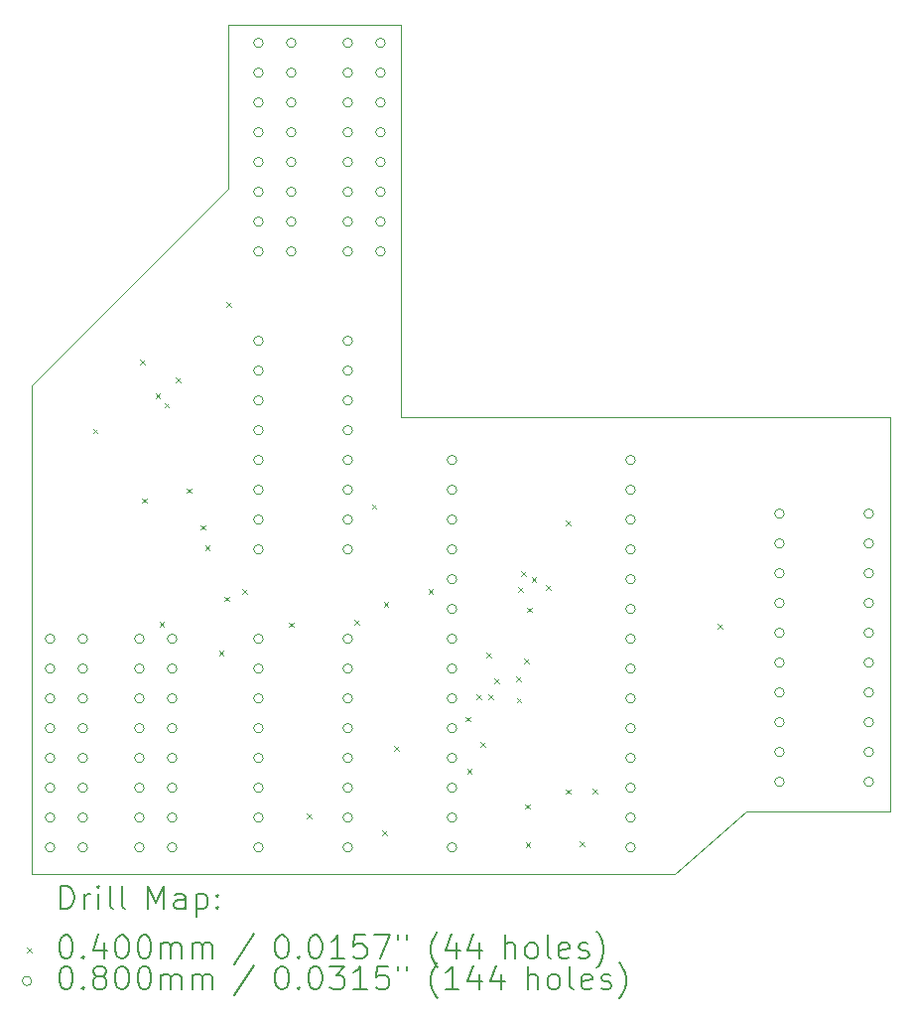
<source format=gbr>
%TF.GenerationSoftware,KiCad,Pcbnew,(7.0.0)*%
%TF.CreationDate,2023-08-04T18:21:39+01:00*%
%TF.ProjectId,DataIOROM,44617461-494f-4524-9f4d-2e6b69636164,rev?*%
%TF.SameCoordinates,Original*%
%TF.FileFunction,Drillmap*%
%TF.FilePolarity,Positive*%
%FSLAX45Y45*%
G04 Gerber Fmt 4.5, Leading zero omitted, Abs format (unit mm)*
G04 Created by KiCad (PCBNEW (7.0.0)) date 2023-08-04 18:21:39*
%MOMM*%
%LPD*%
G01*
G04 APERTURE LIST*
%ADD10C,0.100000*%
%ADD11C,0.200000*%
%ADD12C,0.040000*%
%ADD13C,0.080000*%
G04 APERTURE END LIST*
D10*
X11713166Y-12725400D02*
X11713166Y-8556034D01*
X13385800Y-6883400D02*
X11713166Y-8556034D01*
X17805400Y-12192000D02*
X19037300Y-12192000D01*
X17195599Y-12725601D02*
X17805400Y-12192000D01*
X13385800Y-6883400D02*
X13385800Y-5486400D01*
X14859000Y-8826500D02*
X19037300Y-8826500D01*
X14859000Y-5486400D02*
X14859000Y-8826500D01*
X13385800Y-5486400D02*
X14859000Y-5486400D01*
X19037300Y-12192000D02*
X19037300Y-8826500D01*
X11713166Y-12725400D02*
X17195599Y-12725601D01*
D11*
D12*
X12232320Y-8928300D02*
X12272320Y-8968300D01*
X12272320Y-8928300D02*
X12232320Y-8968300D01*
X12633910Y-8342180D02*
X12673910Y-8382180D01*
X12673910Y-8342180D02*
X12633910Y-8382180D01*
X12650760Y-9519760D02*
X12690760Y-9559760D01*
X12690760Y-9519760D02*
X12650760Y-9559760D01*
X12764186Y-8629514D02*
X12804186Y-8669514D01*
X12804186Y-8629514D02*
X12764186Y-8669514D01*
X12798080Y-10575900D02*
X12838080Y-10615900D01*
X12838080Y-10575900D02*
X12798080Y-10615900D01*
X12841661Y-8706989D02*
X12881661Y-8746989D01*
X12881661Y-8706989D02*
X12841661Y-8746989D01*
X12941389Y-8489239D02*
X12981389Y-8529239D01*
X12981389Y-8489239D02*
X12941389Y-8529239D01*
X13031800Y-9435380D02*
X13071800Y-9475380D01*
X13071800Y-9435380D02*
X13031800Y-9475380D01*
X13149565Y-9749555D02*
X13189565Y-9789555D01*
X13189565Y-9749555D02*
X13149565Y-9789555D01*
X13188980Y-9922410D02*
X13228980Y-9962410D01*
X13228980Y-9922410D02*
X13188980Y-9962410D01*
X13306910Y-10822280D02*
X13346910Y-10862280D01*
X13346910Y-10822280D02*
X13306910Y-10862280D01*
X13356249Y-10358850D02*
X13396249Y-10398850D01*
X13396249Y-10358850D02*
X13356249Y-10398850D01*
X13370270Y-7847540D02*
X13410270Y-7887540D01*
X13410270Y-7847540D02*
X13370270Y-7887540D01*
X13507240Y-10293870D02*
X13547240Y-10333870D01*
X13547240Y-10293870D02*
X13507240Y-10333870D01*
X13906464Y-10579706D02*
X13946464Y-10619706D01*
X13946464Y-10579706D02*
X13906464Y-10619706D01*
X14055380Y-12210100D02*
X14095380Y-12250100D01*
X14095380Y-12210100D02*
X14055380Y-12250100D01*
X14460320Y-10558200D02*
X14500320Y-10598200D01*
X14500320Y-10558200D02*
X14460320Y-10598200D01*
X14610100Y-9570260D02*
X14650100Y-9610260D01*
X14650100Y-9570260D02*
X14610100Y-9610260D01*
X14699300Y-12349800D02*
X14739300Y-12389800D01*
X14739300Y-12349800D02*
X14699300Y-12389800D01*
X14711080Y-10406120D02*
X14751080Y-10446120D01*
X14751080Y-10406120D02*
X14711080Y-10446120D01*
X14799110Y-11630370D02*
X14839110Y-11670370D01*
X14839110Y-11630370D02*
X14799110Y-11670370D01*
X15093590Y-10293870D02*
X15133590Y-10333870D01*
X15133590Y-10293870D02*
X15093590Y-10333870D01*
X15412300Y-11383470D02*
X15452300Y-11423470D01*
X15452300Y-11383470D02*
X15412300Y-11423470D01*
X15423630Y-11827340D02*
X15463630Y-11867340D01*
X15463630Y-11827340D02*
X15423630Y-11867340D01*
X15503450Y-11195070D02*
X15543450Y-11235070D01*
X15543450Y-11195070D02*
X15503450Y-11235070D01*
X15539330Y-11599090D02*
X15579330Y-11639090D01*
X15579330Y-11599090D02*
X15539330Y-11639090D01*
X15589020Y-10833930D02*
X15629020Y-10873930D01*
X15629020Y-10833930D02*
X15589020Y-10873930D01*
X15605360Y-11190300D02*
X15645360Y-11230300D01*
X15645360Y-11190300D02*
X15605360Y-11230300D01*
X15655110Y-11055350D02*
X15695110Y-11095350D01*
X15695110Y-11055350D02*
X15655110Y-11095350D01*
X15845210Y-11042190D02*
X15885210Y-11082190D01*
X15885210Y-11042190D02*
X15845210Y-11082190D01*
X15846490Y-11221710D02*
X15886490Y-11261710D01*
X15886490Y-11221710D02*
X15846490Y-11261710D01*
X15856870Y-10279930D02*
X15896870Y-10319930D01*
X15896870Y-10279930D02*
X15856870Y-10319930D01*
X15883981Y-10145508D02*
X15923981Y-10185508D01*
X15923981Y-10145508D02*
X15883981Y-10185508D01*
X15911150Y-10888700D02*
X15951150Y-10928700D01*
X15951150Y-10888700D02*
X15911150Y-10928700D01*
X15917080Y-12128800D02*
X15957080Y-12168800D01*
X15957080Y-12128800D02*
X15917080Y-12168800D01*
X15922280Y-12451400D02*
X15962280Y-12491400D01*
X15962280Y-12451400D02*
X15922280Y-12491400D01*
X15936820Y-10452090D02*
X15976820Y-10492090D01*
X15976820Y-10452090D02*
X15936820Y-10492090D01*
X15973080Y-10190800D02*
X16013080Y-10230800D01*
X16013080Y-10190800D02*
X15973080Y-10230800D01*
X16098423Y-10263250D02*
X16138423Y-10303250D01*
X16138423Y-10263250D02*
X16098423Y-10303250D01*
X16264500Y-12001510D02*
X16304500Y-12041510D01*
X16304500Y-12001510D02*
X16264500Y-12041510D01*
X16268430Y-9707790D02*
X16308430Y-9747790D01*
X16308430Y-9707790D02*
X16268430Y-9747790D01*
X16384580Y-12443800D02*
X16424580Y-12483800D01*
X16424580Y-12443800D02*
X16384580Y-12483800D01*
X16493750Y-11999780D02*
X16533750Y-12039780D01*
X16533750Y-11999780D02*
X16493750Y-12039780D01*
X17563120Y-10593450D02*
X17603120Y-10633450D01*
X17603120Y-10593450D02*
X17563120Y-10633450D01*
D13*
X11905580Y-10718800D02*
G75*
G03*
X11905580Y-10718800I-40000J0D01*
G01*
X11905580Y-10972800D02*
G75*
G03*
X11905580Y-10972800I-40000J0D01*
G01*
X11905580Y-11226800D02*
G75*
G03*
X11905580Y-11226800I-40000J0D01*
G01*
X11905580Y-11480800D02*
G75*
G03*
X11905580Y-11480800I-40000J0D01*
G01*
X11905580Y-11734800D02*
G75*
G03*
X11905580Y-11734800I-40000J0D01*
G01*
X11905580Y-11988800D02*
G75*
G03*
X11905580Y-11988800I-40000J0D01*
G01*
X11905580Y-12242800D02*
G75*
G03*
X11905580Y-12242800I-40000J0D01*
G01*
X11905580Y-12496800D02*
G75*
G03*
X11905580Y-12496800I-40000J0D01*
G01*
X12184980Y-10718800D02*
G75*
G03*
X12184980Y-10718800I-40000J0D01*
G01*
X12184980Y-10972800D02*
G75*
G03*
X12184980Y-10972800I-40000J0D01*
G01*
X12184980Y-11226800D02*
G75*
G03*
X12184980Y-11226800I-40000J0D01*
G01*
X12184980Y-11480800D02*
G75*
G03*
X12184980Y-11480800I-40000J0D01*
G01*
X12184980Y-11734800D02*
G75*
G03*
X12184980Y-11734800I-40000J0D01*
G01*
X12184980Y-11988800D02*
G75*
G03*
X12184980Y-11988800I-40000J0D01*
G01*
X12184980Y-12242800D02*
G75*
G03*
X12184980Y-12242800I-40000J0D01*
G01*
X12184980Y-12496800D02*
G75*
G03*
X12184980Y-12496800I-40000J0D01*
G01*
X12667580Y-10718800D02*
G75*
G03*
X12667580Y-10718800I-40000J0D01*
G01*
X12667580Y-10972800D02*
G75*
G03*
X12667580Y-10972800I-40000J0D01*
G01*
X12667580Y-11226800D02*
G75*
G03*
X12667580Y-11226800I-40000J0D01*
G01*
X12667580Y-11480800D02*
G75*
G03*
X12667580Y-11480800I-40000J0D01*
G01*
X12667580Y-11734800D02*
G75*
G03*
X12667580Y-11734800I-40000J0D01*
G01*
X12667580Y-11988800D02*
G75*
G03*
X12667580Y-11988800I-40000J0D01*
G01*
X12667580Y-12242800D02*
G75*
G03*
X12667580Y-12242800I-40000J0D01*
G01*
X12667580Y-12496800D02*
G75*
G03*
X12667580Y-12496800I-40000J0D01*
G01*
X12946980Y-10718800D02*
G75*
G03*
X12946980Y-10718800I-40000J0D01*
G01*
X12946980Y-10972800D02*
G75*
G03*
X12946980Y-10972800I-40000J0D01*
G01*
X12946980Y-11226800D02*
G75*
G03*
X12946980Y-11226800I-40000J0D01*
G01*
X12946980Y-11480800D02*
G75*
G03*
X12946980Y-11480800I-40000J0D01*
G01*
X12946980Y-11734800D02*
G75*
G03*
X12946980Y-11734800I-40000J0D01*
G01*
X12946980Y-11988800D02*
G75*
G03*
X12946980Y-11988800I-40000J0D01*
G01*
X12946980Y-12242800D02*
G75*
G03*
X12946980Y-12242800I-40000J0D01*
G01*
X12946980Y-12496800D02*
G75*
G03*
X12946980Y-12496800I-40000J0D01*
G01*
X13683580Y-5638800D02*
G75*
G03*
X13683580Y-5638800I-40000J0D01*
G01*
X13683580Y-5892800D02*
G75*
G03*
X13683580Y-5892800I-40000J0D01*
G01*
X13683580Y-6146800D02*
G75*
G03*
X13683580Y-6146800I-40000J0D01*
G01*
X13683580Y-6400800D02*
G75*
G03*
X13683580Y-6400800I-40000J0D01*
G01*
X13683580Y-6654800D02*
G75*
G03*
X13683580Y-6654800I-40000J0D01*
G01*
X13683580Y-6908800D02*
G75*
G03*
X13683580Y-6908800I-40000J0D01*
G01*
X13683580Y-7162800D02*
G75*
G03*
X13683580Y-7162800I-40000J0D01*
G01*
X13683580Y-7416800D02*
G75*
G03*
X13683580Y-7416800I-40000J0D01*
G01*
X13683580Y-8178800D02*
G75*
G03*
X13683580Y-8178800I-40000J0D01*
G01*
X13683580Y-8432800D02*
G75*
G03*
X13683580Y-8432800I-40000J0D01*
G01*
X13683580Y-8686800D02*
G75*
G03*
X13683580Y-8686800I-40000J0D01*
G01*
X13683580Y-8940800D02*
G75*
G03*
X13683580Y-8940800I-40000J0D01*
G01*
X13683580Y-9194800D02*
G75*
G03*
X13683580Y-9194800I-40000J0D01*
G01*
X13683580Y-9448800D02*
G75*
G03*
X13683580Y-9448800I-40000J0D01*
G01*
X13683580Y-9702800D02*
G75*
G03*
X13683580Y-9702800I-40000J0D01*
G01*
X13683580Y-9956800D02*
G75*
G03*
X13683580Y-9956800I-40000J0D01*
G01*
X13683580Y-10718800D02*
G75*
G03*
X13683580Y-10718800I-40000J0D01*
G01*
X13683580Y-10972800D02*
G75*
G03*
X13683580Y-10972800I-40000J0D01*
G01*
X13683580Y-11226800D02*
G75*
G03*
X13683580Y-11226800I-40000J0D01*
G01*
X13683580Y-11480800D02*
G75*
G03*
X13683580Y-11480800I-40000J0D01*
G01*
X13683580Y-11734800D02*
G75*
G03*
X13683580Y-11734800I-40000J0D01*
G01*
X13683580Y-11988800D02*
G75*
G03*
X13683580Y-11988800I-40000J0D01*
G01*
X13683580Y-12242800D02*
G75*
G03*
X13683580Y-12242800I-40000J0D01*
G01*
X13683580Y-12496800D02*
G75*
G03*
X13683580Y-12496800I-40000J0D01*
G01*
X13962980Y-5638800D02*
G75*
G03*
X13962980Y-5638800I-40000J0D01*
G01*
X13962980Y-5892800D02*
G75*
G03*
X13962980Y-5892800I-40000J0D01*
G01*
X13962980Y-6146800D02*
G75*
G03*
X13962980Y-6146800I-40000J0D01*
G01*
X13962980Y-6400800D02*
G75*
G03*
X13962980Y-6400800I-40000J0D01*
G01*
X13962980Y-6654800D02*
G75*
G03*
X13962980Y-6654800I-40000J0D01*
G01*
X13962980Y-6908800D02*
G75*
G03*
X13962980Y-6908800I-40000J0D01*
G01*
X13962980Y-7162800D02*
G75*
G03*
X13962980Y-7162800I-40000J0D01*
G01*
X13962980Y-7416800D02*
G75*
G03*
X13962980Y-7416800I-40000J0D01*
G01*
X14445580Y-5638800D02*
G75*
G03*
X14445580Y-5638800I-40000J0D01*
G01*
X14445580Y-5892800D02*
G75*
G03*
X14445580Y-5892800I-40000J0D01*
G01*
X14445580Y-6146800D02*
G75*
G03*
X14445580Y-6146800I-40000J0D01*
G01*
X14445580Y-6400800D02*
G75*
G03*
X14445580Y-6400800I-40000J0D01*
G01*
X14445580Y-6654800D02*
G75*
G03*
X14445580Y-6654800I-40000J0D01*
G01*
X14445580Y-6908800D02*
G75*
G03*
X14445580Y-6908800I-40000J0D01*
G01*
X14445580Y-7162800D02*
G75*
G03*
X14445580Y-7162800I-40000J0D01*
G01*
X14445580Y-7416800D02*
G75*
G03*
X14445580Y-7416800I-40000J0D01*
G01*
X14445580Y-8178800D02*
G75*
G03*
X14445580Y-8178800I-40000J0D01*
G01*
X14445580Y-8432800D02*
G75*
G03*
X14445580Y-8432800I-40000J0D01*
G01*
X14445580Y-8686800D02*
G75*
G03*
X14445580Y-8686800I-40000J0D01*
G01*
X14445580Y-8940800D02*
G75*
G03*
X14445580Y-8940800I-40000J0D01*
G01*
X14445580Y-9194800D02*
G75*
G03*
X14445580Y-9194800I-40000J0D01*
G01*
X14445580Y-9448800D02*
G75*
G03*
X14445580Y-9448800I-40000J0D01*
G01*
X14445580Y-9702800D02*
G75*
G03*
X14445580Y-9702800I-40000J0D01*
G01*
X14445580Y-9956800D02*
G75*
G03*
X14445580Y-9956800I-40000J0D01*
G01*
X14445580Y-10718800D02*
G75*
G03*
X14445580Y-10718800I-40000J0D01*
G01*
X14445580Y-10972800D02*
G75*
G03*
X14445580Y-10972800I-40000J0D01*
G01*
X14445580Y-11226800D02*
G75*
G03*
X14445580Y-11226800I-40000J0D01*
G01*
X14445580Y-11480800D02*
G75*
G03*
X14445580Y-11480800I-40000J0D01*
G01*
X14445580Y-11734800D02*
G75*
G03*
X14445580Y-11734800I-40000J0D01*
G01*
X14445580Y-11988800D02*
G75*
G03*
X14445580Y-11988800I-40000J0D01*
G01*
X14445580Y-12242800D02*
G75*
G03*
X14445580Y-12242800I-40000J0D01*
G01*
X14445580Y-12496800D02*
G75*
G03*
X14445580Y-12496800I-40000J0D01*
G01*
X14724980Y-5638800D02*
G75*
G03*
X14724980Y-5638800I-40000J0D01*
G01*
X14724980Y-5892800D02*
G75*
G03*
X14724980Y-5892800I-40000J0D01*
G01*
X14724980Y-6146800D02*
G75*
G03*
X14724980Y-6146800I-40000J0D01*
G01*
X14724980Y-6400800D02*
G75*
G03*
X14724980Y-6400800I-40000J0D01*
G01*
X14724980Y-6654800D02*
G75*
G03*
X14724980Y-6654800I-40000J0D01*
G01*
X14724980Y-6908800D02*
G75*
G03*
X14724980Y-6908800I-40000J0D01*
G01*
X14724980Y-7162800D02*
G75*
G03*
X14724980Y-7162800I-40000J0D01*
G01*
X14724980Y-7416800D02*
G75*
G03*
X14724980Y-7416800I-40000J0D01*
G01*
X15334580Y-9194800D02*
G75*
G03*
X15334580Y-9194800I-40000J0D01*
G01*
X15334580Y-9448800D02*
G75*
G03*
X15334580Y-9448800I-40000J0D01*
G01*
X15334580Y-9702800D02*
G75*
G03*
X15334580Y-9702800I-40000J0D01*
G01*
X15334580Y-9956800D02*
G75*
G03*
X15334580Y-9956800I-40000J0D01*
G01*
X15334580Y-10210800D02*
G75*
G03*
X15334580Y-10210800I-40000J0D01*
G01*
X15334580Y-10464800D02*
G75*
G03*
X15334580Y-10464800I-40000J0D01*
G01*
X15334580Y-10718800D02*
G75*
G03*
X15334580Y-10718800I-40000J0D01*
G01*
X15334580Y-10972800D02*
G75*
G03*
X15334580Y-10972800I-40000J0D01*
G01*
X15334580Y-11226800D02*
G75*
G03*
X15334580Y-11226800I-40000J0D01*
G01*
X15334580Y-11480800D02*
G75*
G03*
X15334580Y-11480800I-40000J0D01*
G01*
X15334580Y-11734800D02*
G75*
G03*
X15334580Y-11734800I-40000J0D01*
G01*
X15334580Y-11988800D02*
G75*
G03*
X15334580Y-11988800I-40000J0D01*
G01*
X15334580Y-12242800D02*
G75*
G03*
X15334580Y-12242800I-40000J0D01*
G01*
X15334580Y-12496800D02*
G75*
G03*
X15334580Y-12496800I-40000J0D01*
G01*
X16858580Y-9194800D02*
G75*
G03*
X16858580Y-9194800I-40000J0D01*
G01*
X16858580Y-9448800D02*
G75*
G03*
X16858580Y-9448800I-40000J0D01*
G01*
X16858580Y-9702800D02*
G75*
G03*
X16858580Y-9702800I-40000J0D01*
G01*
X16858580Y-9956800D02*
G75*
G03*
X16858580Y-9956800I-40000J0D01*
G01*
X16858580Y-10210800D02*
G75*
G03*
X16858580Y-10210800I-40000J0D01*
G01*
X16858580Y-10464800D02*
G75*
G03*
X16858580Y-10464800I-40000J0D01*
G01*
X16858580Y-10718800D02*
G75*
G03*
X16858580Y-10718800I-40000J0D01*
G01*
X16858580Y-10972800D02*
G75*
G03*
X16858580Y-10972800I-40000J0D01*
G01*
X16858580Y-11226800D02*
G75*
G03*
X16858580Y-11226800I-40000J0D01*
G01*
X16858580Y-11480800D02*
G75*
G03*
X16858580Y-11480800I-40000J0D01*
G01*
X16858580Y-11734800D02*
G75*
G03*
X16858580Y-11734800I-40000J0D01*
G01*
X16858580Y-11988800D02*
G75*
G03*
X16858580Y-11988800I-40000J0D01*
G01*
X16858580Y-12242800D02*
G75*
G03*
X16858580Y-12242800I-40000J0D01*
G01*
X16858580Y-12496800D02*
G75*
G03*
X16858580Y-12496800I-40000J0D01*
G01*
X18128580Y-9652000D02*
G75*
G03*
X18128580Y-9652000I-40000J0D01*
G01*
X18128580Y-9906000D02*
G75*
G03*
X18128580Y-9906000I-40000J0D01*
G01*
X18128580Y-10160000D02*
G75*
G03*
X18128580Y-10160000I-40000J0D01*
G01*
X18128580Y-10414000D02*
G75*
G03*
X18128580Y-10414000I-40000J0D01*
G01*
X18128580Y-10668000D02*
G75*
G03*
X18128580Y-10668000I-40000J0D01*
G01*
X18128580Y-10922000D02*
G75*
G03*
X18128580Y-10922000I-40000J0D01*
G01*
X18128580Y-11176000D02*
G75*
G03*
X18128580Y-11176000I-40000J0D01*
G01*
X18128580Y-11430000D02*
G75*
G03*
X18128580Y-11430000I-40000J0D01*
G01*
X18128580Y-11684000D02*
G75*
G03*
X18128580Y-11684000I-40000J0D01*
G01*
X18128580Y-11938000D02*
G75*
G03*
X18128580Y-11938000I-40000J0D01*
G01*
X18890580Y-9652000D02*
G75*
G03*
X18890580Y-9652000I-40000J0D01*
G01*
X18890580Y-9906000D02*
G75*
G03*
X18890580Y-9906000I-40000J0D01*
G01*
X18890580Y-10160000D02*
G75*
G03*
X18890580Y-10160000I-40000J0D01*
G01*
X18890580Y-10414000D02*
G75*
G03*
X18890580Y-10414000I-40000J0D01*
G01*
X18890580Y-10668000D02*
G75*
G03*
X18890580Y-10668000I-40000J0D01*
G01*
X18890580Y-10922000D02*
G75*
G03*
X18890580Y-10922000I-40000J0D01*
G01*
X18890580Y-11176000D02*
G75*
G03*
X18890580Y-11176000I-40000J0D01*
G01*
X18890580Y-11430000D02*
G75*
G03*
X18890580Y-11430000I-40000J0D01*
G01*
X18890580Y-11684000D02*
G75*
G03*
X18890580Y-11684000I-40000J0D01*
G01*
X18890580Y-11938000D02*
G75*
G03*
X18890580Y-11938000I-40000J0D01*
G01*
D11*
X11955785Y-13024077D02*
X11955785Y-12824077D01*
X11955785Y-12824077D02*
X12003404Y-12824077D01*
X12003404Y-12824077D02*
X12031976Y-12833601D01*
X12031976Y-12833601D02*
X12051023Y-12852649D01*
X12051023Y-12852649D02*
X12060547Y-12871696D01*
X12060547Y-12871696D02*
X12070071Y-12909791D01*
X12070071Y-12909791D02*
X12070071Y-12938363D01*
X12070071Y-12938363D02*
X12060547Y-12976458D01*
X12060547Y-12976458D02*
X12051023Y-12995506D01*
X12051023Y-12995506D02*
X12031976Y-13014553D01*
X12031976Y-13014553D02*
X12003404Y-13024077D01*
X12003404Y-13024077D02*
X11955785Y-13024077D01*
X12155785Y-13024077D02*
X12155785Y-12890744D01*
X12155785Y-12928839D02*
X12165309Y-12909791D01*
X12165309Y-12909791D02*
X12174833Y-12900268D01*
X12174833Y-12900268D02*
X12193880Y-12890744D01*
X12193880Y-12890744D02*
X12212928Y-12890744D01*
X12279595Y-13024077D02*
X12279595Y-12890744D01*
X12279595Y-12824077D02*
X12270071Y-12833601D01*
X12270071Y-12833601D02*
X12279595Y-12843125D01*
X12279595Y-12843125D02*
X12289119Y-12833601D01*
X12289119Y-12833601D02*
X12279595Y-12824077D01*
X12279595Y-12824077D02*
X12279595Y-12843125D01*
X12403404Y-13024077D02*
X12384357Y-13014553D01*
X12384357Y-13014553D02*
X12374833Y-12995506D01*
X12374833Y-12995506D02*
X12374833Y-12824077D01*
X12508166Y-13024077D02*
X12489119Y-13014553D01*
X12489119Y-13014553D02*
X12479595Y-12995506D01*
X12479595Y-12995506D02*
X12479595Y-12824077D01*
X12704357Y-13024077D02*
X12704357Y-12824077D01*
X12704357Y-12824077D02*
X12771023Y-12966934D01*
X12771023Y-12966934D02*
X12837690Y-12824077D01*
X12837690Y-12824077D02*
X12837690Y-13024077D01*
X13018642Y-13024077D02*
X13018642Y-12919315D01*
X13018642Y-12919315D02*
X13009119Y-12900268D01*
X13009119Y-12900268D02*
X12990071Y-12890744D01*
X12990071Y-12890744D02*
X12951976Y-12890744D01*
X12951976Y-12890744D02*
X12932928Y-12900268D01*
X13018642Y-13014553D02*
X12999595Y-13024077D01*
X12999595Y-13024077D02*
X12951976Y-13024077D01*
X12951976Y-13024077D02*
X12932928Y-13014553D01*
X12932928Y-13014553D02*
X12923404Y-12995506D01*
X12923404Y-12995506D02*
X12923404Y-12976458D01*
X12923404Y-12976458D02*
X12932928Y-12957411D01*
X12932928Y-12957411D02*
X12951976Y-12947887D01*
X12951976Y-12947887D02*
X12999595Y-12947887D01*
X12999595Y-12947887D02*
X13018642Y-12938363D01*
X13113880Y-12890744D02*
X13113880Y-13090744D01*
X13113880Y-12900268D02*
X13132928Y-12890744D01*
X13132928Y-12890744D02*
X13171023Y-12890744D01*
X13171023Y-12890744D02*
X13190071Y-12900268D01*
X13190071Y-12900268D02*
X13199595Y-12909791D01*
X13199595Y-12909791D02*
X13209119Y-12928839D01*
X13209119Y-12928839D02*
X13209119Y-12985982D01*
X13209119Y-12985982D02*
X13199595Y-13005030D01*
X13199595Y-13005030D02*
X13190071Y-13014553D01*
X13190071Y-13014553D02*
X13171023Y-13024077D01*
X13171023Y-13024077D02*
X13132928Y-13024077D01*
X13132928Y-13024077D02*
X13113880Y-13014553D01*
X13294833Y-13005030D02*
X13304357Y-13014553D01*
X13304357Y-13014553D02*
X13294833Y-13024077D01*
X13294833Y-13024077D02*
X13285309Y-13014553D01*
X13285309Y-13014553D02*
X13294833Y-13005030D01*
X13294833Y-13005030D02*
X13294833Y-13024077D01*
X13294833Y-12900268D02*
X13304357Y-12909791D01*
X13304357Y-12909791D02*
X13294833Y-12919315D01*
X13294833Y-12919315D02*
X13285309Y-12909791D01*
X13285309Y-12909791D02*
X13294833Y-12900268D01*
X13294833Y-12900268D02*
X13294833Y-12919315D01*
D12*
X11668166Y-13350601D02*
X11708166Y-13390601D01*
X11708166Y-13350601D02*
X11668166Y-13390601D01*
D11*
X11993880Y-13244077D02*
X12012928Y-13244077D01*
X12012928Y-13244077D02*
X12031976Y-13253601D01*
X12031976Y-13253601D02*
X12041500Y-13263125D01*
X12041500Y-13263125D02*
X12051023Y-13282172D01*
X12051023Y-13282172D02*
X12060547Y-13320268D01*
X12060547Y-13320268D02*
X12060547Y-13367887D01*
X12060547Y-13367887D02*
X12051023Y-13405982D01*
X12051023Y-13405982D02*
X12041500Y-13425030D01*
X12041500Y-13425030D02*
X12031976Y-13434553D01*
X12031976Y-13434553D02*
X12012928Y-13444077D01*
X12012928Y-13444077D02*
X11993880Y-13444077D01*
X11993880Y-13444077D02*
X11974833Y-13434553D01*
X11974833Y-13434553D02*
X11965309Y-13425030D01*
X11965309Y-13425030D02*
X11955785Y-13405982D01*
X11955785Y-13405982D02*
X11946261Y-13367887D01*
X11946261Y-13367887D02*
X11946261Y-13320268D01*
X11946261Y-13320268D02*
X11955785Y-13282172D01*
X11955785Y-13282172D02*
X11965309Y-13263125D01*
X11965309Y-13263125D02*
X11974833Y-13253601D01*
X11974833Y-13253601D02*
X11993880Y-13244077D01*
X12146261Y-13425030D02*
X12155785Y-13434553D01*
X12155785Y-13434553D02*
X12146261Y-13444077D01*
X12146261Y-13444077D02*
X12136738Y-13434553D01*
X12136738Y-13434553D02*
X12146261Y-13425030D01*
X12146261Y-13425030D02*
X12146261Y-13444077D01*
X12327214Y-13310744D02*
X12327214Y-13444077D01*
X12279595Y-13234553D02*
X12231976Y-13377411D01*
X12231976Y-13377411D02*
X12355785Y-13377411D01*
X12470071Y-13244077D02*
X12489119Y-13244077D01*
X12489119Y-13244077D02*
X12508166Y-13253601D01*
X12508166Y-13253601D02*
X12517690Y-13263125D01*
X12517690Y-13263125D02*
X12527214Y-13282172D01*
X12527214Y-13282172D02*
X12536738Y-13320268D01*
X12536738Y-13320268D02*
X12536738Y-13367887D01*
X12536738Y-13367887D02*
X12527214Y-13405982D01*
X12527214Y-13405982D02*
X12517690Y-13425030D01*
X12517690Y-13425030D02*
X12508166Y-13434553D01*
X12508166Y-13434553D02*
X12489119Y-13444077D01*
X12489119Y-13444077D02*
X12470071Y-13444077D01*
X12470071Y-13444077D02*
X12451023Y-13434553D01*
X12451023Y-13434553D02*
X12441500Y-13425030D01*
X12441500Y-13425030D02*
X12431976Y-13405982D01*
X12431976Y-13405982D02*
X12422452Y-13367887D01*
X12422452Y-13367887D02*
X12422452Y-13320268D01*
X12422452Y-13320268D02*
X12431976Y-13282172D01*
X12431976Y-13282172D02*
X12441500Y-13263125D01*
X12441500Y-13263125D02*
X12451023Y-13253601D01*
X12451023Y-13253601D02*
X12470071Y-13244077D01*
X12660547Y-13244077D02*
X12679595Y-13244077D01*
X12679595Y-13244077D02*
X12698642Y-13253601D01*
X12698642Y-13253601D02*
X12708166Y-13263125D01*
X12708166Y-13263125D02*
X12717690Y-13282172D01*
X12717690Y-13282172D02*
X12727214Y-13320268D01*
X12727214Y-13320268D02*
X12727214Y-13367887D01*
X12727214Y-13367887D02*
X12717690Y-13405982D01*
X12717690Y-13405982D02*
X12708166Y-13425030D01*
X12708166Y-13425030D02*
X12698642Y-13434553D01*
X12698642Y-13434553D02*
X12679595Y-13444077D01*
X12679595Y-13444077D02*
X12660547Y-13444077D01*
X12660547Y-13444077D02*
X12641500Y-13434553D01*
X12641500Y-13434553D02*
X12631976Y-13425030D01*
X12631976Y-13425030D02*
X12622452Y-13405982D01*
X12622452Y-13405982D02*
X12612928Y-13367887D01*
X12612928Y-13367887D02*
X12612928Y-13320268D01*
X12612928Y-13320268D02*
X12622452Y-13282172D01*
X12622452Y-13282172D02*
X12631976Y-13263125D01*
X12631976Y-13263125D02*
X12641500Y-13253601D01*
X12641500Y-13253601D02*
X12660547Y-13244077D01*
X12812928Y-13444077D02*
X12812928Y-13310744D01*
X12812928Y-13329791D02*
X12822452Y-13320268D01*
X12822452Y-13320268D02*
X12841500Y-13310744D01*
X12841500Y-13310744D02*
X12870071Y-13310744D01*
X12870071Y-13310744D02*
X12889119Y-13320268D01*
X12889119Y-13320268D02*
X12898642Y-13339315D01*
X12898642Y-13339315D02*
X12898642Y-13444077D01*
X12898642Y-13339315D02*
X12908166Y-13320268D01*
X12908166Y-13320268D02*
X12927214Y-13310744D01*
X12927214Y-13310744D02*
X12955785Y-13310744D01*
X12955785Y-13310744D02*
X12974833Y-13320268D01*
X12974833Y-13320268D02*
X12984357Y-13339315D01*
X12984357Y-13339315D02*
X12984357Y-13444077D01*
X13079595Y-13444077D02*
X13079595Y-13310744D01*
X13079595Y-13329791D02*
X13089119Y-13320268D01*
X13089119Y-13320268D02*
X13108166Y-13310744D01*
X13108166Y-13310744D02*
X13136738Y-13310744D01*
X13136738Y-13310744D02*
X13155785Y-13320268D01*
X13155785Y-13320268D02*
X13165309Y-13339315D01*
X13165309Y-13339315D02*
X13165309Y-13444077D01*
X13165309Y-13339315D02*
X13174833Y-13320268D01*
X13174833Y-13320268D02*
X13193881Y-13310744D01*
X13193881Y-13310744D02*
X13222452Y-13310744D01*
X13222452Y-13310744D02*
X13241500Y-13320268D01*
X13241500Y-13320268D02*
X13251023Y-13339315D01*
X13251023Y-13339315D02*
X13251023Y-13444077D01*
X13609119Y-13234553D02*
X13437690Y-13491696D01*
X13833881Y-13244077D02*
X13852928Y-13244077D01*
X13852928Y-13244077D02*
X13871976Y-13253601D01*
X13871976Y-13253601D02*
X13881500Y-13263125D01*
X13881500Y-13263125D02*
X13891023Y-13282172D01*
X13891023Y-13282172D02*
X13900547Y-13320268D01*
X13900547Y-13320268D02*
X13900547Y-13367887D01*
X13900547Y-13367887D02*
X13891023Y-13405982D01*
X13891023Y-13405982D02*
X13881500Y-13425030D01*
X13881500Y-13425030D02*
X13871976Y-13434553D01*
X13871976Y-13434553D02*
X13852928Y-13444077D01*
X13852928Y-13444077D02*
X13833881Y-13444077D01*
X13833881Y-13444077D02*
X13814833Y-13434553D01*
X13814833Y-13434553D02*
X13805309Y-13425030D01*
X13805309Y-13425030D02*
X13795785Y-13405982D01*
X13795785Y-13405982D02*
X13786262Y-13367887D01*
X13786262Y-13367887D02*
X13786262Y-13320268D01*
X13786262Y-13320268D02*
X13795785Y-13282172D01*
X13795785Y-13282172D02*
X13805309Y-13263125D01*
X13805309Y-13263125D02*
X13814833Y-13253601D01*
X13814833Y-13253601D02*
X13833881Y-13244077D01*
X13986262Y-13425030D02*
X13995785Y-13434553D01*
X13995785Y-13434553D02*
X13986262Y-13444077D01*
X13986262Y-13444077D02*
X13976738Y-13434553D01*
X13976738Y-13434553D02*
X13986262Y-13425030D01*
X13986262Y-13425030D02*
X13986262Y-13444077D01*
X14119595Y-13244077D02*
X14138643Y-13244077D01*
X14138643Y-13244077D02*
X14157690Y-13253601D01*
X14157690Y-13253601D02*
X14167214Y-13263125D01*
X14167214Y-13263125D02*
X14176738Y-13282172D01*
X14176738Y-13282172D02*
X14186262Y-13320268D01*
X14186262Y-13320268D02*
X14186262Y-13367887D01*
X14186262Y-13367887D02*
X14176738Y-13405982D01*
X14176738Y-13405982D02*
X14167214Y-13425030D01*
X14167214Y-13425030D02*
X14157690Y-13434553D01*
X14157690Y-13434553D02*
X14138643Y-13444077D01*
X14138643Y-13444077D02*
X14119595Y-13444077D01*
X14119595Y-13444077D02*
X14100547Y-13434553D01*
X14100547Y-13434553D02*
X14091023Y-13425030D01*
X14091023Y-13425030D02*
X14081500Y-13405982D01*
X14081500Y-13405982D02*
X14071976Y-13367887D01*
X14071976Y-13367887D02*
X14071976Y-13320268D01*
X14071976Y-13320268D02*
X14081500Y-13282172D01*
X14081500Y-13282172D02*
X14091023Y-13263125D01*
X14091023Y-13263125D02*
X14100547Y-13253601D01*
X14100547Y-13253601D02*
X14119595Y-13244077D01*
X14376738Y-13444077D02*
X14262452Y-13444077D01*
X14319595Y-13444077D02*
X14319595Y-13244077D01*
X14319595Y-13244077D02*
X14300547Y-13272649D01*
X14300547Y-13272649D02*
X14281500Y-13291696D01*
X14281500Y-13291696D02*
X14262452Y-13301220D01*
X14557690Y-13244077D02*
X14462452Y-13244077D01*
X14462452Y-13244077D02*
X14452928Y-13339315D01*
X14452928Y-13339315D02*
X14462452Y-13329791D01*
X14462452Y-13329791D02*
X14481500Y-13320268D01*
X14481500Y-13320268D02*
X14529119Y-13320268D01*
X14529119Y-13320268D02*
X14548166Y-13329791D01*
X14548166Y-13329791D02*
X14557690Y-13339315D01*
X14557690Y-13339315D02*
X14567214Y-13358363D01*
X14567214Y-13358363D02*
X14567214Y-13405982D01*
X14567214Y-13405982D02*
X14557690Y-13425030D01*
X14557690Y-13425030D02*
X14548166Y-13434553D01*
X14548166Y-13434553D02*
X14529119Y-13444077D01*
X14529119Y-13444077D02*
X14481500Y-13444077D01*
X14481500Y-13444077D02*
X14462452Y-13434553D01*
X14462452Y-13434553D02*
X14452928Y-13425030D01*
X14633881Y-13244077D02*
X14767214Y-13244077D01*
X14767214Y-13244077D02*
X14681500Y-13444077D01*
X14833881Y-13244077D02*
X14833881Y-13282172D01*
X14910071Y-13244077D02*
X14910071Y-13282172D01*
X15172928Y-13520268D02*
X15163404Y-13510744D01*
X15163404Y-13510744D02*
X15144357Y-13482172D01*
X15144357Y-13482172D02*
X15134833Y-13463125D01*
X15134833Y-13463125D02*
X15125309Y-13434553D01*
X15125309Y-13434553D02*
X15115785Y-13386934D01*
X15115785Y-13386934D02*
X15115785Y-13348839D01*
X15115785Y-13348839D02*
X15125309Y-13301220D01*
X15125309Y-13301220D02*
X15134833Y-13272649D01*
X15134833Y-13272649D02*
X15144357Y-13253601D01*
X15144357Y-13253601D02*
X15163404Y-13225030D01*
X15163404Y-13225030D02*
X15172928Y-13215506D01*
X15334833Y-13310744D02*
X15334833Y-13444077D01*
X15287214Y-13234553D02*
X15239595Y-13377411D01*
X15239595Y-13377411D02*
X15363404Y-13377411D01*
X15525309Y-13310744D02*
X15525309Y-13444077D01*
X15477690Y-13234553D02*
X15430071Y-13377411D01*
X15430071Y-13377411D02*
X15553881Y-13377411D01*
X15750071Y-13444077D02*
X15750071Y-13244077D01*
X15835785Y-13444077D02*
X15835785Y-13339315D01*
X15835785Y-13339315D02*
X15826262Y-13320268D01*
X15826262Y-13320268D02*
X15807214Y-13310744D01*
X15807214Y-13310744D02*
X15778643Y-13310744D01*
X15778643Y-13310744D02*
X15759595Y-13320268D01*
X15759595Y-13320268D02*
X15750071Y-13329791D01*
X15959595Y-13444077D02*
X15940547Y-13434553D01*
X15940547Y-13434553D02*
X15931024Y-13425030D01*
X15931024Y-13425030D02*
X15921500Y-13405982D01*
X15921500Y-13405982D02*
X15921500Y-13348839D01*
X15921500Y-13348839D02*
X15931024Y-13329791D01*
X15931024Y-13329791D02*
X15940547Y-13320268D01*
X15940547Y-13320268D02*
X15959595Y-13310744D01*
X15959595Y-13310744D02*
X15988166Y-13310744D01*
X15988166Y-13310744D02*
X16007214Y-13320268D01*
X16007214Y-13320268D02*
X16016738Y-13329791D01*
X16016738Y-13329791D02*
X16026262Y-13348839D01*
X16026262Y-13348839D02*
X16026262Y-13405982D01*
X16026262Y-13405982D02*
X16016738Y-13425030D01*
X16016738Y-13425030D02*
X16007214Y-13434553D01*
X16007214Y-13434553D02*
X15988166Y-13444077D01*
X15988166Y-13444077D02*
X15959595Y-13444077D01*
X16140547Y-13444077D02*
X16121500Y-13434553D01*
X16121500Y-13434553D02*
X16111976Y-13415506D01*
X16111976Y-13415506D02*
X16111976Y-13244077D01*
X16292928Y-13434553D02*
X16273881Y-13444077D01*
X16273881Y-13444077D02*
X16235785Y-13444077D01*
X16235785Y-13444077D02*
X16216738Y-13434553D01*
X16216738Y-13434553D02*
X16207214Y-13415506D01*
X16207214Y-13415506D02*
X16207214Y-13339315D01*
X16207214Y-13339315D02*
X16216738Y-13320268D01*
X16216738Y-13320268D02*
X16235785Y-13310744D01*
X16235785Y-13310744D02*
X16273881Y-13310744D01*
X16273881Y-13310744D02*
X16292928Y-13320268D01*
X16292928Y-13320268D02*
X16302452Y-13339315D01*
X16302452Y-13339315D02*
X16302452Y-13358363D01*
X16302452Y-13358363D02*
X16207214Y-13377411D01*
X16378643Y-13434553D02*
X16397690Y-13444077D01*
X16397690Y-13444077D02*
X16435785Y-13444077D01*
X16435785Y-13444077D02*
X16454833Y-13434553D01*
X16454833Y-13434553D02*
X16464357Y-13415506D01*
X16464357Y-13415506D02*
X16464357Y-13405982D01*
X16464357Y-13405982D02*
X16454833Y-13386934D01*
X16454833Y-13386934D02*
X16435785Y-13377411D01*
X16435785Y-13377411D02*
X16407214Y-13377411D01*
X16407214Y-13377411D02*
X16388166Y-13367887D01*
X16388166Y-13367887D02*
X16378643Y-13348839D01*
X16378643Y-13348839D02*
X16378643Y-13339315D01*
X16378643Y-13339315D02*
X16388166Y-13320268D01*
X16388166Y-13320268D02*
X16407214Y-13310744D01*
X16407214Y-13310744D02*
X16435785Y-13310744D01*
X16435785Y-13310744D02*
X16454833Y-13320268D01*
X16531024Y-13520268D02*
X16540547Y-13510744D01*
X16540547Y-13510744D02*
X16559595Y-13482172D01*
X16559595Y-13482172D02*
X16569119Y-13463125D01*
X16569119Y-13463125D02*
X16578643Y-13434553D01*
X16578643Y-13434553D02*
X16588166Y-13386934D01*
X16588166Y-13386934D02*
X16588166Y-13348839D01*
X16588166Y-13348839D02*
X16578643Y-13301220D01*
X16578643Y-13301220D02*
X16569119Y-13272649D01*
X16569119Y-13272649D02*
X16559595Y-13253601D01*
X16559595Y-13253601D02*
X16540547Y-13225030D01*
X16540547Y-13225030D02*
X16531024Y-13215506D01*
D13*
X11708166Y-13634601D02*
G75*
G03*
X11708166Y-13634601I-40000J0D01*
G01*
D11*
X11993880Y-13508077D02*
X12012928Y-13508077D01*
X12012928Y-13508077D02*
X12031976Y-13517601D01*
X12031976Y-13517601D02*
X12041500Y-13527125D01*
X12041500Y-13527125D02*
X12051023Y-13546172D01*
X12051023Y-13546172D02*
X12060547Y-13584268D01*
X12060547Y-13584268D02*
X12060547Y-13631887D01*
X12060547Y-13631887D02*
X12051023Y-13669982D01*
X12051023Y-13669982D02*
X12041500Y-13689030D01*
X12041500Y-13689030D02*
X12031976Y-13698553D01*
X12031976Y-13698553D02*
X12012928Y-13708077D01*
X12012928Y-13708077D02*
X11993880Y-13708077D01*
X11993880Y-13708077D02*
X11974833Y-13698553D01*
X11974833Y-13698553D02*
X11965309Y-13689030D01*
X11965309Y-13689030D02*
X11955785Y-13669982D01*
X11955785Y-13669982D02*
X11946261Y-13631887D01*
X11946261Y-13631887D02*
X11946261Y-13584268D01*
X11946261Y-13584268D02*
X11955785Y-13546172D01*
X11955785Y-13546172D02*
X11965309Y-13527125D01*
X11965309Y-13527125D02*
X11974833Y-13517601D01*
X11974833Y-13517601D02*
X11993880Y-13508077D01*
X12146261Y-13689030D02*
X12155785Y-13698553D01*
X12155785Y-13698553D02*
X12146261Y-13708077D01*
X12146261Y-13708077D02*
X12136738Y-13698553D01*
X12136738Y-13698553D02*
X12146261Y-13689030D01*
X12146261Y-13689030D02*
X12146261Y-13708077D01*
X12270071Y-13593791D02*
X12251023Y-13584268D01*
X12251023Y-13584268D02*
X12241500Y-13574744D01*
X12241500Y-13574744D02*
X12231976Y-13555696D01*
X12231976Y-13555696D02*
X12231976Y-13546172D01*
X12231976Y-13546172D02*
X12241500Y-13527125D01*
X12241500Y-13527125D02*
X12251023Y-13517601D01*
X12251023Y-13517601D02*
X12270071Y-13508077D01*
X12270071Y-13508077D02*
X12308166Y-13508077D01*
X12308166Y-13508077D02*
X12327214Y-13517601D01*
X12327214Y-13517601D02*
X12336738Y-13527125D01*
X12336738Y-13527125D02*
X12346261Y-13546172D01*
X12346261Y-13546172D02*
X12346261Y-13555696D01*
X12346261Y-13555696D02*
X12336738Y-13574744D01*
X12336738Y-13574744D02*
X12327214Y-13584268D01*
X12327214Y-13584268D02*
X12308166Y-13593791D01*
X12308166Y-13593791D02*
X12270071Y-13593791D01*
X12270071Y-13593791D02*
X12251023Y-13603315D01*
X12251023Y-13603315D02*
X12241500Y-13612839D01*
X12241500Y-13612839D02*
X12231976Y-13631887D01*
X12231976Y-13631887D02*
X12231976Y-13669982D01*
X12231976Y-13669982D02*
X12241500Y-13689030D01*
X12241500Y-13689030D02*
X12251023Y-13698553D01*
X12251023Y-13698553D02*
X12270071Y-13708077D01*
X12270071Y-13708077D02*
X12308166Y-13708077D01*
X12308166Y-13708077D02*
X12327214Y-13698553D01*
X12327214Y-13698553D02*
X12336738Y-13689030D01*
X12336738Y-13689030D02*
X12346261Y-13669982D01*
X12346261Y-13669982D02*
X12346261Y-13631887D01*
X12346261Y-13631887D02*
X12336738Y-13612839D01*
X12336738Y-13612839D02*
X12327214Y-13603315D01*
X12327214Y-13603315D02*
X12308166Y-13593791D01*
X12470071Y-13508077D02*
X12489119Y-13508077D01*
X12489119Y-13508077D02*
X12508166Y-13517601D01*
X12508166Y-13517601D02*
X12517690Y-13527125D01*
X12517690Y-13527125D02*
X12527214Y-13546172D01*
X12527214Y-13546172D02*
X12536738Y-13584268D01*
X12536738Y-13584268D02*
X12536738Y-13631887D01*
X12536738Y-13631887D02*
X12527214Y-13669982D01*
X12527214Y-13669982D02*
X12517690Y-13689030D01*
X12517690Y-13689030D02*
X12508166Y-13698553D01*
X12508166Y-13698553D02*
X12489119Y-13708077D01*
X12489119Y-13708077D02*
X12470071Y-13708077D01*
X12470071Y-13708077D02*
X12451023Y-13698553D01*
X12451023Y-13698553D02*
X12441500Y-13689030D01*
X12441500Y-13689030D02*
X12431976Y-13669982D01*
X12431976Y-13669982D02*
X12422452Y-13631887D01*
X12422452Y-13631887D02*
X12422452Y-13584268D01*
X12422452Y-13584268D02*
X12431976Y-13546172D01*
X12431976Y-13546172D02*
X12441500Y-13527125D01*
X12441500Y-13527125D02*
X12451023Y-13517601D01*
X12451023Y-13517601D02*
X12470071Y-13508077D01*
X12660547Y-13508077D02*
X12679595Y-13508077D01*
X12679595Y-13508077D02*
X12698642Y-13517601D01*
X12698642Y-13517601D02*
X12708166Y-13527125D01*
X12708166Y-13527125D02*
X12717690Y-13546172D01*
X12717690Y-13546172D02*
X12727214Y-13584268D01*
X12727214Y-13584268D02*
X12727214Y-13631887D01*
X12727214Y-13631887D02*
X12717690Y-13669982D01*
X12717690Y-13669982D02*
X12708166Y-13689030D01*
X12708166Y-13689030D02*
X12698642Y-13698553D01*
X12698642Y-13698553D02*
X12679595Y-13708077D01*
X12679595Y-13708077D02*
X12660547Y-13708077D01*
X12660547Y-13708077D02*
X12641500Y-13698553D01*
X12641500Y-13698553D02*
X12631976Y-13689030D01*
X12631976Y-13689030D02*
X12622452Y-13669982D01*
X12622452Y-13669982D02*
X12612928Y-13631887D01*
X12612928Y-13631887D02*
X12612928Y-13584268D01*
X12612928Y-13584268D02*
X12622452Y-13546172D01*
X12622452Y-13546172D02*
X12631976Y-13527125D01*
X12631976Y-13527125D02*
X12641500Y-13517601D01*
X12641500Y-13517601D02*
X12660547Y-13508077D01*
X12812928Y-13708077D02*
X12812928Y-13574744D01*
X12812928Y-13593791D02*
X12822452Y-13584268D01*
X12822452Y-13584268D02*
X12841500Y-13574744D01*
X12841500Y-13574744D02*
X12870071Y-13574744D01*
X12870071Y-13574744D02*
X12889119Y-13584268D01*
X12889119Y-13584268D02*
X12898642Y-13603315D01*
X12898642Y-13603315D02*
X12898642Y-13708077D01*
X12898642Y-13603315D02*
X12908166Y-13584268D01*
X12908166Y-13584268D02*
X12927214Y-13574744D01*
X12927214Y-13574744D02*
X12955785Y-13574744D01*
X12955785Y-13574744D02*
X12974833Y-13584268D01*
X12974833Y-13584268D02*
X12984357Y-13603315D01*
X12984357Y-13603315D02*
X12984357Y-13708077D01*
X13079595Y-13708077D02*
X13079595Y-13574744D01*
X13079595Y-13593791D02*
X13089119Y-13584268D01*
X13089119Y-13584268D02*
X13108166Y-13574744D01*
X13108166Y-13574744D02*
X13136738Y-13574744D01*
X13136738Y-13574744D02*
X13155785Y-13584268D01*
X13155785Y-13584268D02*
X13165309Y-13603315D01*
X13165309Y-13603315D02*
X13165309Y-13708077D01*
X13165309Y-13603315D02*
X13174833Y-13584268D01*
X13174833Y-13584268D02*
X13193881Y-13574744D01*
X13193881Y-13574744D02*
X13222452Y-13574744D01*
X13222452Y-13574744D02*
X13241500Y-13584268D01*
X13241500Y-13584268D02*
X13251023Y-13603315D01*
X13251023Y-13603315D02*
X13251023Y-13708077D01*
X13609119Y-13498553D02*
X13437690Y-13755696D01*
X13833881Y-13508077D02*
X13852928Y-13508077D01*
X13852928Y-13508077D02*
X13871976Y-13517601D01*
X13871976Y-13517601D02*
X13881500Y-13527125D01*
X13881500Y-13527125D02*
X13891023Y-13546172D01*
X13891023Y-13546172D02*
X13900547Y-13584268D01*
X13900547Y-13584268D02*
X13900547Y-13631887D01*
X13900547Y-13631887D02*
X13891023Y-13669982D01*
X13891023Y-13669982D02*
X13881500Y-13689030D01*
X13881500Y-13689030D02*
X13871976Y-13698553D01*
X13871976Y-13698553D02*
X13852928Y-13708077D01*
X13852928Y-13708077D02*
X13833881Y-13708077D01*
X13833881Y-13708077D02*
X13814833Y-13698553D01*
X13814833Y-13698553D02*
X13805309Y-13689030D01*
X13805309Y-13689030D02*
X13795785Y-13669982D01*
X13795785Y-13669982D02*
X13786262Y-13631887D01*
X13786262Y-13631887D02*
X13786262Y-13584268D01*
X13786262Y-13584268D02*
X13795785Y-13546172D01*
X13795785Y-13546172D02*
X13805309Y-13527125D01*
X13805309Y-13527125D02*
X13814833Y-13517601D01*
X13814833Y-13517601D02*
X13833881Y-13508077D01*
X13986262Y-13689030D02*
X13995785Y-13698553D01*
X13995785Y-13698553D02*
X13986262Y-13708077D01*
X13986262Y-13708077D02*
X13976738Y-13698553D01*
X13976738Y-13698553D02*
X13986262Y-13689030D01*
X13986262Y-13689030D02*
X13986262Y-13708077D01*
X14119595Y-13508077D02*
X14138643Y-13508077D01*
X14138643Y-13508077D02*
X14157690Y-13517601D01*
X14157690Y-13517601D02*
X14167214Y-13527125D01*
X14167214Y-13527125D02*
X14176738Y-13546172D01*
X14176738Y-13546172D02*
X14186262Y-13584268D01*
X14186262Y-13584268D02*
X14186262Y-13631887D01*
X14186262Y-13631887D02*
X14176738Y-13669982D01*
X14176738Y-13669982D02*
X14167214Y-13689030D01*
X14167214Y-13689030D02*
X14157690Y-13698553D01*
X14157690Y-13698553D02*
X14138643Y-13708077D01*
X14138643Y-13708077D02*
X14119595Y-13708077D01*
X14119595Y-13708077D02*
X14100547Y-13698553D01*
X14100547Y-13698553D02*
X14091023Y-13689030D01*
X14091023Y-13689030D02*
X14081500Y-13669982D01*
X14081500Y-13669982D02*
X14071976Y-13631887D01*
X14071976Y-13631887D02*
X14071976Y-13584268D01*
X14071976Y-13584268D02*
X14081500Y-13546172D01*
X14081500Y-13546172D02*
X14091023Y-13527125D01*
X14091023Y-13527125D02*
X14100547Y-13517601D01*
X14100547Y-13517601D02*
X14119595Y-13508077D01*
X14252928Y-13508077D02*
X14376738Y-13508077D01*
X14376738Y-13508077D02*
X14310071Y-13584268D01*
X14310071Y-13584268D02*
X14338643Y-13584268D01*
X14338643Y-13584268D02*
X14357690Y-13593791D01*
X14357690Y-13593791D02*
X14367214Y-13603315D01*
X14367214Y-13603315D02*
X14376738Y-13622363D01*
X14376738Y-13622363D02*
X14376738Y-13669982D01*
X14376738Y-13669982D02*
X14367214Y-13689030D01*
X14367214Y-13689030D02*
X14357690Y-13698553D01*
X14357690Y-13698553D02*
X14338643Y-13708077D01*
X14338643Y-13708077D02*
X14281500Y-13708077D01*
X14281500Y-13708077D02*
X14262452Y-13698553D01*
X14262452Y-13698553D02*
X14252928Y-13689030D01*
X14567214Y-13708077D02*
X14452928Y-13708077D01*
X14510071Y-13708077D02*
X14510071Y-13508077D01*
X14510071Y-13508077D02*
X14491023Y-13536649D01*
X14491023Y-13536649D02*
X14471976Y-13555696D01*
X14471976Y-13555696D02*
X14452928Y-13565220D01*
X14748166Y-13508077D02*
X14652928Y-13508077D01*
X14652928Y-13508077D02*
X14643404Y-13603315D01*
X14643404Y-13603315D02*
X14652928Y-13593791D01*
X14652928Y-13593791D02*
X14671976Y-13584268D01*
X14671976Y-13584268D02*
X14719595Y-13584268D01*
X14719595Y-13584268D02*
X14738643Y-13593791D01*
X14738643Y-13593791D02*
X14748166Y-13603315D01*
X14748166Y-13603315D02*
X14757690Y-13622363D01*
X14757690Y-13622363D02*
X14757690Y-13669982D01*
X14757690Y-13669982D02*
X14748166Y-13689030D01*
X14748166Y-13689030D02*
X14738643Y-13698553D01*
X14738643Y-13698553D02*
X14719595Y-13708077D01*
X14719595Y-13708077D02*
X14671976Y-13708077D01*
X14671976Y-13708077D02*
X14652928Y-13698553D01*
X14652928Y-13698553D02*
X14643404Y-13689030D01*
X14833881Y-13508077D02*
X14833881Y-13546172D01*
X14910071Y-13508077D02*
X14910071Y-13546172D01*
X15172928Y-13784268D02*
X15163404Y-13774744D01*
X15163404Y-13774744D02*
X15144357Y-13746172D01*
X15144357Y-13746172D02*
X15134833Y-13727125D01*
X15134833Y-13727125D02*
X15125309Y-13698553D01*
X15125309Y-13698553D02*
X15115785Y-13650934D01*
X15115785Y-13650934D02*
X15115785Y-13612839D01*
X15115785Y-13612839D02*
X15125309Y-13565220D01*
X15125309Y-13565220D02*
X15134833Y-13536649D01*
X15134833Y-13536649D02*
X15144357Y-13517601D01*
X15144357Y-13517601D02*
X15163404Y-13489030D01*
X15163404Y-13489030D02*
X15172928Y-13479506D01*
X15353881Y-13708077D02*
X15239595Y-13708077D01*
X15296738Y-13708077D02*
X15296738Y-13508077D01*
X15296738Y-13508077D02*
X15277690Y-13536649D01*
X15277690Y-13536649D02*
X15258643Y-13555696D01*
X15258643Y-13555696D02*
X15239595Y-13565220D01*
X15525309Y-13574744D02*
X15525309Y-13708077D01*
X15477690Y-13498553D02*
X15430071Y-13641411D01*
X15430071Y-13641411D02*
X15553881Y-13641411D01*
X15715785Y-13574744D02*
X15715785Y-13708077D01*
X15668166Y-13498553D02*
X15620547Y-13641411D01*
X15620547Y-13641411D02*
X15744357Y-13641411D01*
X15940547Y-13708077D02*
X15940547Y-13508077D01*
X16026262Y-13708077D02*
X16026262Y-13603315D01*
X16026262Y-13603315D02*
X16016738Y-13584268D01*
X16016738Y-13584268D02*
X15997690Y-13574744D01*
X15997690Y-13574744D02*
X15969119Y-13574744D01*
X15969119Y-13574744D02*
X15950071Y-13584268D01*
X15950071Y-13584268D02*
X15940547Y-13593791D01*
X16150071Y-13708077D02*
X16131024Y-13698553D01*
X16131024Y-13698553D02*
X16121500Y-13689030D01*
X16121500Y-13689030D02*
X16111976Y-13669982D01*
X16111976Y-13669982D02*
X16111976Y-13612839D01*
X16111976Y-13612839D02*
X16121500Y-13593791D01*
X16121500Y-13593791D02*
X16131024Y-13584268D01*
X16131024Y-13584268D02*
X16150071Y-13574744D01*
X16150071Y-13574744D02*
X16178643Y-13574744D01*
X16178643Y-13574744D02*
X16197690Y-13584268D01*
X16197690Y-13584268D02*
X16207214Y-13593791D01*
X16207214Y-13593791D02*
X16216738Y-13612839D01*
X16216738Y-13612839D02*
X16216738Y-13669982D01*
X16216738Y-13669982D02*
X16207214Y-13689030D01*
X16207214Y-13689030D02*
X16197690Y-13698553D01*
X16197690Y-13698553D02*
X16178643Y-13708077D01*
X16178643Y-13708077D02*
X16150071Y-13708077D01*
X16331024Y-13708077D02*
X16311976Y-13698553D01*
X16311976Y-13698553D02*
X16302452Y-13679506D01*
X16302452Y-13679506D02*
X16302452Y-13508077D01*
X16483405Y-13698553D02*
X16464357Y-13708077D01*
X16464357Y-13708077D02*
X16426262Y-13708077D01*
X16426262Y-13708077D02*
X16407214Y-13698553D01*
X16407214Y-13698553D02*
X16397690Y-13679506D01*
X16397690Y-13679506D02*
X16397690Y-13603315D01*
X16397690Y-13603315D02*
X16407214Y-13584268D01*
X16407214Y-13584268D02*
X16426262Y-13574744D01*
X16426262Y-13574744D02*
X16464357Y-13574744D01*
X16464357Y-13574744D02*
X16483405Y-13584268D01*
X16483405Y-13584268D02*
X16492928Y-13603315D01*
X16492928Y-13603315D02*
X16492928Y-13622363D01*
X16492928Y-13622363D02*
X16397690Y-13641411D01*
X16569119Y-13698553D02*
X16588166Y-13708077D01*
X16588166Y-13708077D02*
X16626262Y-13708077D01*
X16626262Y-13708077D02*
X16645309Y-13698553D01*
X16645309Y-13698553D02*
X16654833Y-13679506D01*
X16654833Y-13679506D02*
X16654833Y-13669982D01*
X16654833Y-13669982D02*
X16645309Y-13650934D01*
X16645309Y-13650934D02*
X16626262Y-13641411D01*
X16626262Y-13641411D02*
X16597690Y-13641411D01*
X16597690Y-13641411D02*
X16578643Y-13631887D01*
X16578643Y-13631887D02*
X16569119Y-13612839D01*
X16569119Y-13612839D02*
X16569119Y-13603315D01*
X16569119Y-13603315D02*
X16578643Y-13584268D01*
X16578643Y-13584268D02*
X16597690Y-13574744D01*
X16597690Y-13574744D02*
X16626262Y-13574744D01*
X16626262Y-13574744D02*
X16645309Y-13584268D01*
X16721500Y-13784268D02*
X16731024Y-13774744D01*
X16731024Y-13774744D02*
X16750071Y-13746172D01*
X16750071Y-13746172D02*
X16759595Y-13727125D01*
X16759595Y-13727125D02*
X16769119Y-13698553D01*
X16769119Y-13698553D02*
X16778643Y-13650934D01*
X16778643Y-13650934D02*
X16778643Y-13612839D01*
X16778643Y-13612839D02*
X16769119Y-13565220D01*
X16769119Y-13565220D02*
X16759595Y-13536649D01*
X16759595Y-13536649D02*
X16750071Y-13517601D01*
X16750071Y-13517601D02*
X16731024Y-13489030D01*
X16731024Y-13489030D02*
X16721500Y-13479506D01*
M02*

</source>
